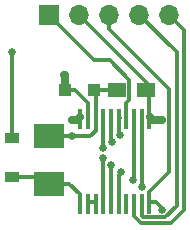
<source format=gbr>
G04 #@! TF.FileFunction,Copper,L1,Top,Signal*
%FSLAX46Y46*%
G04 Gerber Fmt 4.6, Leading zero omitted, Abs format (unit mm)*
G04 Created by KiCad (PCBNEW 4.0.6-e0-6349~53~ubuntu16.04.1) date Thu Aug  3 21:42:43 2017*
%MOMM*%
%LPD*%
G01*
G04 APERTURE LIST*
%ADD10C,0.100000*%
%ADD11R,2.500000X2.000000*%
%ADD12R,1.500000X1.250000*%
%ADD13R,1.000000X1.000000*%
%ADD14R,1.200000X0.900000*%
%ADD15R,1.700000X1.700000*%
%ADD16O,1.700000X1.700000*%
%ADD17R,0.450000X1.750000*%
%ADD18C,0.635000*%
%ADD19C,0.304800*%
%ADD20C,0.635000*%
G04 APERTURE END LIST*
D10*
D11*
X5050151Y2222259D03*
X5050151Y6222259D03*
D12*
X13315000Y10160000D03*
X10815000Y10160000D03*
D13*
X6390000Y10160000D03*
X8890000Y10160000D03*
D14*
X1905000Y2795000D03*
X1905000Y6095000D03*
D15*
X5080000Y16510000D03*
D16*
X7620000Y16510000D03*
X10160000Y16510000D03*
X12700000Y16510000D03*
X15240000Y16510000D03*
D17*
X13559151Y7664000D03*
X12909151Y7664000D03*
X12259151Y7664000D03*
X11609151Y7664000D03*
X10959151Y7664000D03*
X10309151Y7664000D03*
X9659151Y7664000D03*
X9009151Y7664000D03*
X8359151Y7664000D03*
X7709151Y7664000D03*
X7709151Y464000D03*
X8359151Y464000D03*
X9009151Y464000D03*
X9659151Y464000D03*
X10309151Y464000D03*
X10959151Y464000D03*
X11609151Y464000D03*
X12259151Y464000D03*
X12909151Y464000D03*
X13559151Y464000D03*
D18*
X14605000Y14D03*
X6985000Y6222259D03*
X6985000Y7620000D03*
X14605000Y7620000D03*
X6350000Y11430000D03*
X1905000Y13335000D03*
X12954000Y1905000D03*
X12192000Y2540000D03*
X11049000Y6350000D03*
X10414002Y5715000D03*
X9652000Y5207000D03*
X9654482Y4419592D03*
X10287000Y3810000D03*
X11176000Y3174996D03*
D19*
X1905000Y2795000D02*
X4477410Y2795000D01*
X4477410Y2795000D02*
X5050151Y2222259D01*
X4785115Y1957223D02*
X5050151Y2222259D01*
X7709151Y666259D02*
X7709151Y1316259D01*
X7709151Y1316259D02*
X6803151Y2222259D01*
X6803151Y2222259D02*
X6604951Y2222259D01*
X6604951Y2222259D02*
X5050151Y2222259D01*
X10160000Y16510000D02*
X10160000Y15307919D01*
X10160000Y15307919D02*
X15240000Y10227919D01*
X15240000Y3175000D02*
X13559151Y1494151D01*
X15240000Y10227919D02*
X15240000Y3175000D01*
X13559151Y1494151D02*
X13559151Y666259D01*
X13559151Y666259D02*
X14088951Y666259D01*
X14088951Y666259D02*
X14605000Y150210D01*
X14605000Y150210D02*
X14605000Y14D01*
X5050151Y6222259D02*
X6985000Y6222259D01*
X6985000Y6222259D02*
X8544951Y6222259D01*
X9009151Y7866259D02*
X9009151Y10040849D01*
X9009151Y10040849D02*
X8890000Y10160000D01*
X10815000Y10160000D02*
X8890000Y10160000D01*
X8544951Y6222259D02*
X9009151Y6686459D01*
X9009151Y6686459D02*
X9009151Y7866259D01*
X7620000Y16510000D02*
X13559151Y10570849D01*
X13559151Y10570849D02*
X13559151Y7866259D01*
D20*
X6985000Y7620000D02*
X7434012Y7620000D01*
X7434012Y7620000D02*
X7664250Y7850238D01*
X7664250Y7850238D02*
X7664250Y7866259D01*
X14605000Y7620000D02*
X13850311Y7620000D01*
X13850311Y7620000D02*
X13604052Y7866259D01*
X6390000Y10160000D02*
X6390000Y11390000D01*
X6390000Y11390000D02*
X6350000Y11430000D01*
D19*
X8359151Y7866259D02*
X8359151Y9046059D01*
X8359151Y9046059D02*
X7245210Y10160000D01*
X7245210Y10160000D02*
X7194800Y10160000D01*
X7194800Y10160000D02*
X6390000Y10160000D01*
X1905000Y6095000D02*
X1905000Y13335000D01*
X11609151Y7866259D02*
X11609151Y9030509D01*
X11609151Y9030509D02*
X11869801Y9291159D01*
X11869801Y9291159D02*
X11869801Y11028841D01*
X11869801Y11028841D02*
X10198642Y12700000D01*
X10198642Y12700000D02*
X8890000Y12700000D01*
X8890000Y12700000D02*
X5080000Y16510000D01*
X5338642Y16510000D02*
X5080000Y16510000D01*
X13017925Y-622315D02*
X12909151Y-513541D01*
X12700000Y16510000D02*
X15875000Y13335000D01*
X15875000Y13335000D02*
X15875000Y348980D01*
X15875000Y348980D02*
X14903705Y-622315D01*
X12909151Y-513541D02*
X12909151Y666259D01*
X14903705Y-622315D02*
X13017925Y-622315D01*
X15240000Y16510000D02*
X16510000Y15240000D01*
X16510000Y0D02*
X15430476Y-1079524D01*
X16510000Y15240000D02*
X16510000Y0D01*
X15430476Y-1079524D02*
X12825134Y-1079524D01*
X12825134Y-1079524D02*
X12259151Y-513541D01*
X12259151Y-513541D02*
X12259151Y666259D01*
X14605000Y16510000D02*
X15240000Y16510000D01*
X12909151Y7664000D02*
X12909151Y1949849D01*
X12909151Y1949849D02*
X12954000Y1905000D01*
X12909151Y7866259D02*
X12954000Y7821410D01*
X12259151Y7664000D02*
X12259151Y2607151D01*
X12259151Y2607151D02*
X12192000Y2540000D01*
X10959151Y7664000D02*
X10959151Y6439849D01*
X10959151Y6439849D02*
X11049000Y6350000D01*
X10959151Y7866259D02*
X11049000Y7776410D01*
X10309151Y7664000D02*
X10309151Y5819851D01*
X10309151Y5819851D02*
X10414002Y5715000D01*
X9652000Y7859108D02*
X9652000Y5656012D01*
X9659151Y7866259D02*
X9652000Y7859108D01*
X9652000Y5656012D02*
X9652000Y5207000D01*
X9009151Y666259D02*
X8359151Y666259D01*
X9654482Y670928D02*
X9654482Y3970580D01*
X9659151Y666259D02*
X9654482Y670928D01*
X9654482Y3970580D02*
X9654482Y4419592D01*
X10287000Y3360988D02*
X10287000Y3810000D01*
X10309151Y666259D02*
X10287000Y688410D01*
X10287000Y688410D02*
X10287000Y3360988D01*
X10959151Y666259D02*
X10959151Y2958151D01*
X10959151Y2958151D02*
X11176000Y3175000D01*
X11176000Y3175000D02*
X11176000Y3174996D01*
M02*

</source>
